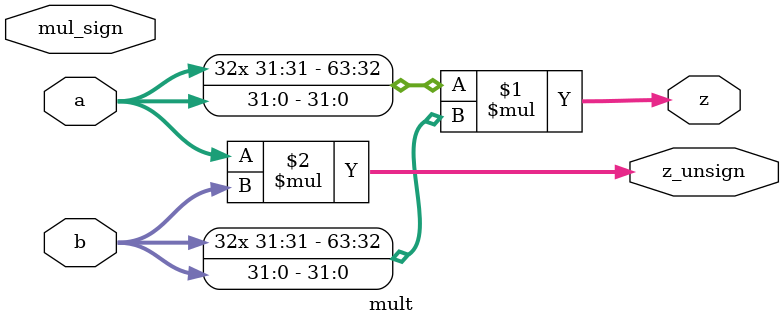
<source format=v>
`timescale 1ns / 1ps


module mult
(
    input wire mul_sign,
    input wire [31:0] a,
    input wire [31:0] b,
    output wire [63:0] z,
    output wire [63:0] z_unsign
);

assign z = $signed(a) * $signed(b);
assign z_unsign = a * b;


endmodule

</source>
